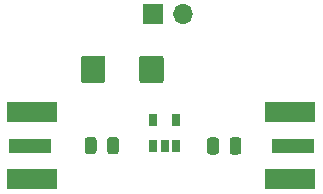
<source format=gbr>
%TF.GenerationSoftware,KiCad,Pcbnew,(5.1.9)-1*%
%TF.CreationDate,2021-03-16T19:24:25-04:00*%
%TF.ProjectId,VVA_Macom,5656415f-4d61-4636-9f6d-2e6b69636164,rev?*%
%TF.SameCoordinates,Original*%
%TF.FileFunction,Soldermask,Top*%
%TF.FilePolarity,Negative*%
%FSLAX46Y46*%
G04 Gerber Fmt 4.6, Leading zero omitted, Abs format (unit mm)*
G04 Created by KiCad (PCBNEW (5.1.9)-1) date 2021-03-16 19:24:25*
%MOMM*%
%LPD*%
G01*
G04 APERTURE LIST*
%ADD10R,4.200000X1.750000*%
%ADD11R,3.600000X1.270000*%
%ADD12R,0.650000X1.060000*%
%ADD13O,1.700000X1.700000*%
%ADD14R,1.700000X1.700000*%
G04 APERTURE END LIST*
D10*
%TO.C,Jout1*%
X155425800Y-80817200D03*
X155425800Y-86467200D03*
D11*
X155625800Y-83642200D03*
%TD*%
D10*
%TO.C,JIn1*%
X133600800Y-86467200D03*
X133600800Y-80817200D03*
D11*
X133400800Y-83642200D03*
%TD*%
%TO.C,CC3*%
G36*
G01*
X142623600Y-78115600D02*
X142623600Y-76265600D01*
G75*
G02*
X142873600Y-76015600I250000J0D01*
G01*
X144448600Y-76015600D01*
G75*
G02*
X144698600Y-76265600I0J-250000D01*
G01*
X144698600Y-78115600D01*
G75*
G02*
X144448600Y-78365600I-250000J0D01*
G01*
X142873600Y-78365600D01*
G75*
G02*
X142623600Y-78115600I0J250000D01*
G01*
G37*
G36*
G01*
X137698600Y-78115600D02*
X137698600Y-76265600D01*
G75*
G02*
X137948600Y-76015600I250000J0D01*
G01*
X139523600Y-76015600D01*
G75*
G02*
X139773600Y-76265600I0J-250000D01*
G01*
X139773600Y-78115600D01*
G75*
G02*
X139523600Y-78365600I-250000J0D01*
G01*
X137948600Y-78365600D01*
G75*
G02*
X137698600Y-78115600I0J250000D01*
G01*
G37*
%TD*%
%TO.C,CC2*%
G36*
G01*
X150284600Y-84142600D02*
X150284600Y-83192600D01*
G75*
G02*
X150534600Y-82942600I250000J0D01*
G01*
X151034600Y-82942600D01*
G75*
G02*
X151284600Y-83192600I0J-250000D01*
G01*
X151284600Y-84142600D01*
G75*
G02*
X151034600Y-84392600I-250000J0D01*
G01*
X150534600Y-84392600D01*
G75*
G02*
X150284600Y-84142600I0J250000D01*
G01*
G37*
G36*
G01*
X148384600Y-84142600D02*
X148384600Y-83192600D01*
G75*
G02*
X148634600Y-82942600I250000J0D01*
G01*
X149134600Y-82942600D01*
G75*
G02*
X149384600Y-83192600I0J-250000D01*
G01*
X149384600Y-84142600D01*
G75*
G02*
X149134600Y-84392600I-250000J0D01*
G01*
X148634600Y-84392600D01*
G75*
G02*
X148384600Y-84142600I0J250000D01*
G01*
G37*
%TD*%
%TO.C,CC1*%
G36*
G01*
X139921400Y-84117200D02*
X139921400Y-83167200D01*
G75*
G02*
X140171400Y-82917200I250000J0D01*
G01*
X140671400Y-82917200D01*
G75*
G02*
X140921400Y-83167200I0J-250000D01*
G01*
X140921400Y-84117200D01*
G75*
G02*
X140671400Y-84367200I-250000J0D01*
G01*
X140171400Y-84367200D01*
G75*
G02*
X139921400Y-84117200I0J250000D01*
G01*
G37*
G36*
G01*
X138021400Y-84117200D02*
X138021400Y-83167200D01*
G75*
G02*
X138271400Y-82917200I250000J0D01*
G01*
X138771400Y-82917200D01*
G75*
G02*
X139021400Y-83167200I0J-250000D01*
G01*
X139021400Y-84117200D01*
G75*
G02*
X138771400Y-84367200I-250000J0D01*
G01*
X138271400Y-84367200D01*
G75*
G02*
X138021400Y-84117200I0J250000D01*
G01*
G37*
%TD*%
D12*
%TO.C,U1*%
X143830000Y-81450000D03*
X145730000Y-81450000D03*
X145730000Y-83650000D03*
X144780000Y-83650000D03*
X143830000Y-83650000D03*
%TD*%
D13*
%TO.C,JPower1*%
X146329400Y-72517000D03*
D14*
X143789400Y-72517000D03*
%TD*%
M02*

</source>
